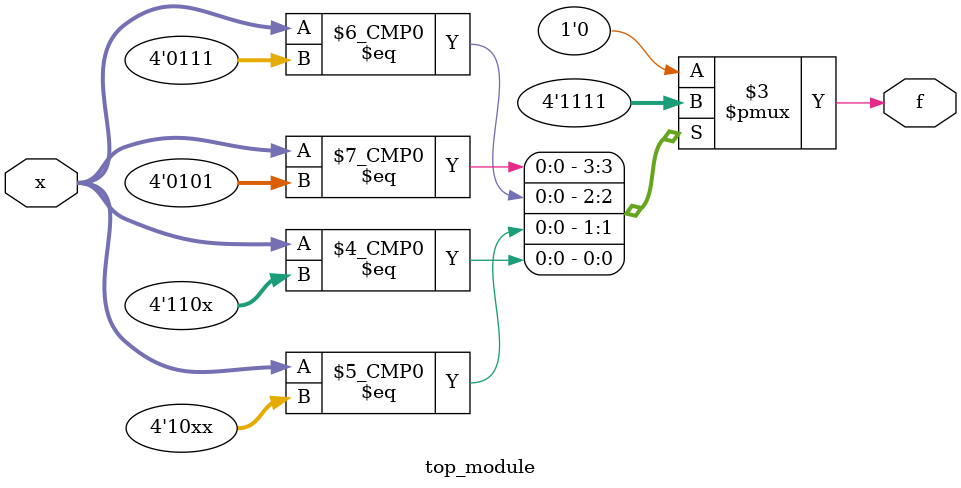
<source format=sv>
module top_module (
	input [4:1] x,
	output logic f
);
	always_comb begin
		case (x)
			4'b00xx: f = 1'b0;
			4'b0100: f = 1'b0;
			4'b0101: f = 1'b1;
			4'b0110: f = 1'b0;
			4'b0111: f = 1'b1;
			4'b10xx: f = 1'b1;
			4'b110x: f = 1'b1;
			default: f = 1'b0;
		endcase
	end
endmodule

</source>
